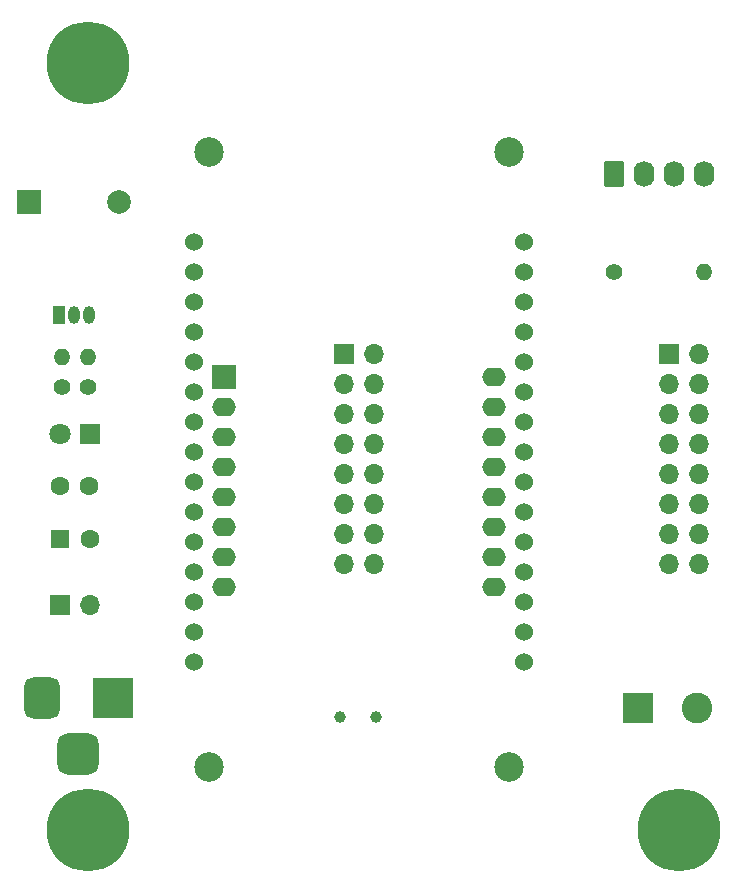
<source format=gbr>
%TF.GenerationSoftware,KiCad,Pcbnew,(6.0.9)*%
%TF.CreationDate,2025-12-22T11:41:54+09:00*%
%TF.ProjectId,ESP8266-clock,45535038-3236-4362-9d63-6c6f636b2e6b,rev?*%
%TF.SameCoordinates,Original*%
%TF.FileFunction,Soldermask,Top*%
%TF.FilePolarity,Negative*%
%FSLAX46Y46*%
G04 Gerber Fmt 4.6, Leading zero omitted, Abs format (unit mm)*
G04 Created by KiCad (PCBNEW (6.0.9)) date 2025-12-22 11:41:54*
%MOMM*%
%LPD*%
G01*
G04 APERTURE LIST*
G04 Aperture macros list*
%AMRoundRect*
0 Rectangle with rounded corners*
0 $1 Rounding radius*
0 $2 $3 $4 $5 $6 $7 $8 $9 X,Y pos of 4 corners*
0 Add a 4 corners polygon primitive as box body*
4,1,4,$2,$3,$4,$5,$6,$7,$8,$9,$2,$3,0*
0 Add four circle primitives for the rounded corners*
1,1,$1+$1,$2,$3*
1,1,$1+$1,$4,$5*
1,1,$1+$1,$6,$7*
1,1,$1+$1,$8,$9*
0 Add four rect primitives between the rounded corners*
20,1,$1+$1,$2,$3,$4,$5,0*
20,1,$1+$1,$4,$5,$6,$7,0*
20,1,$1+$1,$6,$7,$8,$9,0*
20,1,$1+$1,$8,$9,$2,$3,0*%
G04 Aperture macros list end*
%ADD10C,1.524000*%
%ADD11RoundRect,0.250000X-0.620000X-0.845000X0.620000X-0.845000X0.620000X0.845000X-0.620000X0.845000X0*%
%ADD12O,1.740000X2.190000*%
%ADD13R,2.000000X2.000000*%
%ADD14O,2.000000X1.600000*%
%ADD15C,0.800000*%
%ADD16C,7.000000*%
%ADD17C,2.500000*%
%ADD18R,3.500000X3.500000*%
%ADD19RoundRect,0.750000X-0.750000X-1.000000X0.750000X-1.000000X0.750000X1.000000X-0.750000X1.000000X0*%
%ADD20RoundRect,0.875000X-0.875000X-0.875000X0.875000X-0.875000X0.875000X0.875000X-0.875000X0.875000X0*%
%ADD21C,1.000000*%
%ADD22R,1.000000X1.500000*%
%ADD23O,1.000000X1.500000*%
%ADD24R,2.600000X2.600000*%
%ADD25C,2.600000*%
%ADD26C,1.600000*%
%ADD27R,1.600000X1.600000*%
%ADD28C,2.000000*%
%ADD29C,1.400000*%
%ADD30O,1.400000X1.400000*%
%ADD31R,1.700000X1.700000*%
%ADD32O,1.700000X1.700000*%
%ADD33R,1.800000X1.800000*%
%ADD34C,1.800000*%
G04 APERTURE END LIST*
D10*
%TO.C,U1*%
X47030000Y-122680000D03*
X47030000Y-125220000D03*
X47030000Y-127760000D03*
X47030000Y-130300000D03*
X47030000Y-132840000D03*
X47030000Y-135380000D03*
X47030000Y-137920000D03*
X47030000Y-140460000D03*
X47030000Y-143000000D03*
X47030000Y-145540000D03*
X47030000Y-148080000D03*
X47030000Y-150620000D03*
X47030000Y-153160000D03*
X47030000Y-155700000D03*
X47030000Y-158240000D03*
X74970000Y-158240000D03*
X74970000Y-155700000D03*
X74970000Y-153160000D03*
X74970000Y-150620000D03*
X74970000Y-148080000D03*
X74970000Y-145540000D03*
X74970000Y-143000000D03*
X74970000Y-140460000D03*
X74970000Y-137920000D03*
X74970000Y-135380000D03*
X74970000Y-132840000D03*
X74970000Y-130300000D03*
X74970000Y-127760000D03*
X74970000Y-125220000D03*
X74970000Y-122680000D03*
%TD*%
D11*
%TO.C,U3*%
X82587500Y-116902500D03*
D12*
X85127500Y-116902500D03*
X87667500Y-116902500D03*
X90207500Y-116902500D03*
%TD*%
D13*
%TO.C,U2*%
X49555000Y-134110000D03*
D14*
X49555000Y-136650000D03*
X49555000Y-139190000D03*
X49555000Y-141730000D03*
X49555000Y-144270000D03*
X49555000Y-146810000D03*
X49555000Y-149350000D03*
X49555000Y-151890000D03*
X72415000Y-151890000D03*
X72415000Y-149350000D03*
X72415000Y-146810000D03*
X72415000Y-144270000D03*
X72415000Y-141730000D03*
X72415000Y-139190000D03*
X72415000Y-136650000D03*
X72415000Y-134110000D03*
%TD*%
D15*
%TO.C,H5*%
X40725000Y-107500000D03*
X38100000Y-104875000D03*
X36243845Y-105643845D03*
X39956155Y-109356155D03*
X38100000Y-110125000D03*
X36243845Y-109356155D03*
X39956155Y-105643845D03*
X35475000Y-107500000D03*
D16*
X38100000Y-107500000D03*
%TD*%
D17*
%TO.C,H3*%
X48300000Y-115050000D03*
%TD*%
D18*
%TO.C,J1*%
X40200000Y-161292500D03*
D19*
X34200000Y-161292500D03*
D20*
X37200000Y-165992500D03*
%TD*%
D21*
%TO.C,TP2*%
X62450000Y-162875000D03*
%TD*%
D17*
%TO.C,H2*%
X73700000Y-167150000D03*
%TD*%
D22*
%TO.C,Q1*%
X35630000Y-128900000D03*
D23*
X36900000Y-128900000D03*
X38170000Y-128900000D03*
%TD*%
D24*
%TO.C,J2*%
X84600000Y-162100000D03*
D25*
X89600000Y-162100000D03*
%TD*%
D17*
%TO.C,H1*%
X48300000Y-167150000D03*
%TD*%
D26*
%TO.C,C2*%
X35650000Y-143325000D03*
X38150000Y-143325000D03*
%TD*%
D27*
%TO.C,C1*%
X35700000Y-147825000D03*
D26*
X38200000Y-147825000D03*
%TD*%
D13*
%TO.C,BZ1*%
X33100000Y-119300000D03*
D28*
X40700000Y-119300000D03*
%TD*%
D15*
%TO.C,H7*%
X36243845Y-174356155D03*
X38100000Y-175125000D03*
X39956155Y-170643845D03*
X36243845Y-170643845D03*
X40725000Y-172500000D03*
X35475000Y-172500000D03*
X38100000Y-169875000D03*
X39956155Y-174356155D03*
D16*
X38100000Y-172500000D03*
%TD*%
D29*
%TO.C,R3*%
X38100000Y-134945000D03*
D30*
X38100000Y-132405000D03*
%TD*%
D15*
%TO.C,H6*%
X85475000Y-172500000D03*
X89956155Y-170643845D03*
X88100000Y-169875000D03*
D16*
X88100000Y-172500000D03*
D15*
X86243845Y-170643845D03*
X86243845Y-174356155D03*
X88100000Y-175125000D03*
X89956155Y-174356155D03*
X90725000Y-172500000D03*
%TD*%
D31*
%TO.C,J3*%
X59725000Y-132125000D03*
D32*
X62265000Y-132125000D03*
X59725000Y-134665000D03*
X62265000Y-134665000D03*
X59725000Y-137205000D03*
X62265000Y-137205000D03*
X59725000Y-139745000D03*
X62265000Y-139745000D03*
X59725000Y-142285000D03*
X62265000Y-142285000D03*
X59725000Y-144825000D03*
X62265000Y-144825000D03*
X59725000Y-147365000D03*
X62265000Y-147365000D03*
X59725000Y-149905000D03*
X62265000Y-149905000D03*
%TD*%
D31*
%TO.C,JP1*%
X35700000Y-153400000D03*
D32*
X38240000Y-153400000D03*
%TD*%
D21*
%TO.C,TP1*%
X59400000Y-162875000D03*
%TD*%
D29*
%TO.C,R2*%
X82587500Y-125250000D03*
D30*
X90207500Y-125250000D03*
%TD*%
D17*
%TO.C,H4*%
X73700000Y-115050000D03*
%TD*%
D33*
%TO.C,D1*%
X38220000Y-138925000D03*
D34*
X35680000Y-138925000D03*
%TD*%
D29*
%TO.C,R1*%
X35900000Y-134945000D03*
D30*
X35900000Y-132405000D03*
%TD*%
D31*
%TO.C,J4*%
X87225000Y-132125000D03*
D32*
X89765000Y-132125000D03*
X87225000Y-134665000D03*
X89765000Y-134665000D03*
X87225000Y-137205000D03*
X89765000Y-137205000D03*
X87225000Y-139745000D03*
X89765000Y-139745000D03*
X87225000Y-142285000D03*
X89765000Y-142285000D03*
X87225000Y-144825000D03*
X89765000Y-144825000D03*
X87225000Y-147365000D03*
X89765000Y-147365000D03*
X87225000Y-149905000D03*
X89765000Y-149905000D03*
%TD*%
M02*

</source>
